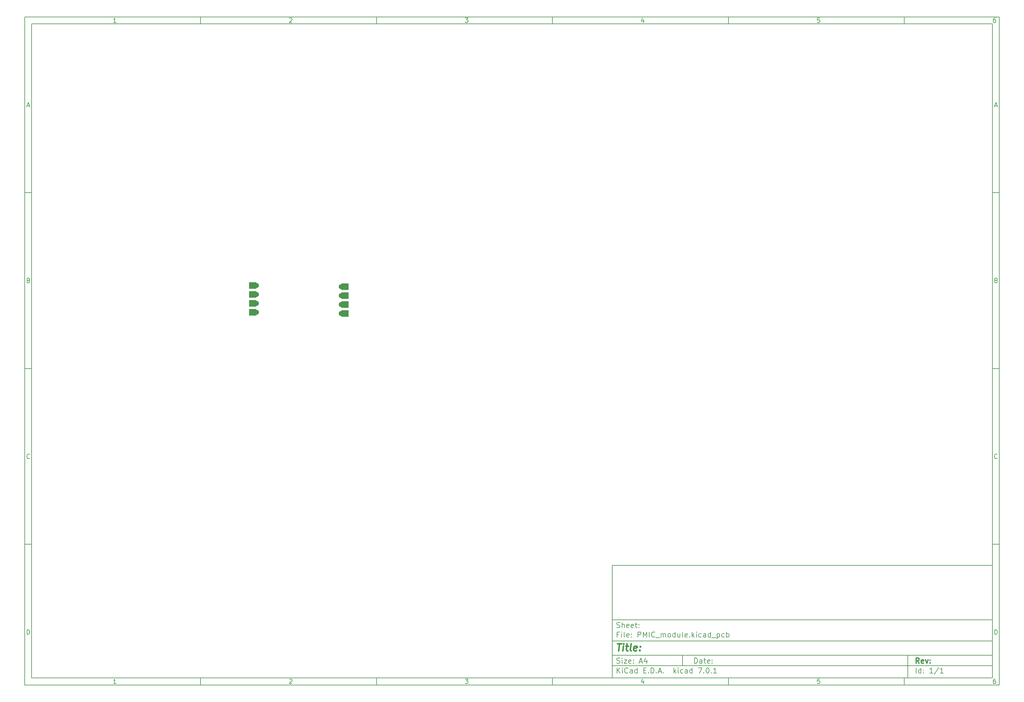
<source format=gbr>
%TF.GenerationSoftware,KiCad,Pcbnew,7.0.1*%
%TF.CreationDate,2023-09-22T10:39:05-04:00*%
%TF.ProjectId,PMIC_module,504d4943-5f6d-46f6-9475-6c652e6b6963,rev?*%
%TF.SameCoordinates,Original*%
%TF.FileFunction,Soldermask,Bot*%
%TF.FilePolarity,Negative*%
%FSLAX46Y46*%
G04 Gerber Fmt 4.6, Leading zero omitted, Abs format (unit mm)*
G04 Created by KiCad (PCBNEW 7.0.1) date 2023-09-22 10:39:05*
%MOMM*%
%LPD*%
G01*
G04 APERTURE LIST*
G04 Aperture macros list*
%AMRoundRect*
0 Rectangle with rounded corners*
0 $1 Rounding radius*
0 $2 $3 $4 $5 $6 $7 $8 $9 X,Y pos of 4 corners*
0 Add a 4 corners polygon primitive as box body*
4,1,4,$2,$3,$4,$5,$6,$7,$8,$9,$2,$3,0*
0 Add four circle primitives for the rounded corners*
1,1,$1+$1,$2,$3*
1,1,$1+$1,$4,$5*
1,1,$1+$1,$6,$7*
1,1,$1+$1,$8,$9*
0 Add four rect primitives between the rounded corners*
20,1,$1+$1,$2,$3,$4,$5,0*
20,1,$1+$1,$4,$5,$6,$7,0*
20,1,$1+$1,$6,$7,$8,$9,0*
20,1,$1+$1,$8,$9,$2,$3,0*%
G04 Aperture macros list end*
%ADD10C,0.100000*%
%ADD11C,0.150000*%
%ADD12C,0.300000*%
%ADD13C,0.400000*%
%ADD14C,1.524000*%
%ADD15RoundRect,0.040000X-1.000000X-0.850000X1.000000X-0.850000X1.000000X0.850000X-1.000000X0.850000X0*%
%ADD16RoundRect,0.040000X1.000000X0.850000X-1.000000X0.850000X-1.000000X-0.850000X1.000000X-0.850000X0*%
G04 APERTURE END LIST*
D10*
D11*
X177002200Y-166007200D02*
X285002200Y-166007200D01*
X285002200Y-198007200D01*
X177002200Y-198007200D01*
X177002200Y-166007200D01*
D10*
D11*
X10000000Y-10000000D02*
X287002200Y-10000000D01*
X287002200Y-200007200D01*
X10000000Y-200007200D01*
X10000000Y-10000000D01*
D10*
D11*
X12000000Y-12000000D02*
X285002200Y-12000000D01*
X285002200Y-198007200D01*
X12000000Y-198007200D01*
X12000000Y-12000000D01*
D10*
D11*
X60000000Y-12000000D02*
X60000000Y-10000000D01*
D10*
D11*
X110000000Y-12000000D02*
X110000000Y-10000000D01*
D10*
D11*
X160000000Y-12000000D02*
X160000000Y-10000000D01*
D10*
D11*
X210000000Y-12000000D02*
X210000000Y-10000000D01*
D10*
D11*
X260000000Y-12000000D02*
X260000000Y-10000000D01*
D10*
D11*
X35990476Y-11601404D02*
X35247619Y-11601404D01*
X35619047Y-11601404D02*
X35619047Y-10301404D01*
X35619047Y-10301404D02*
X35495238Y-10487119D01*
X35495238Y-10487119D02*
X35371428Y-10610928D01*
X35371428Y-10610928D02*
X35247619Y-10672833D01*
D10*
D11*
X85247619Y-10425214D02*
X85309523Y-10363309D01*
X85309523Y-10363309D02*
X85433333Y-10301404D01*
X85433333Y-10301404D02*
X85742857Y-10301404D01*
X85742857Y-10301404D02*
X85866666Y-10363309D01*
X85866666Y-10363309D02*
X85928571Y-10425214D01*
X85928571Y-10425214D02*
X85990476Y-10549023D01*
X85990476Y-10549023D02*
X85990476Y-10672833D01*
X85990476Y-10672833D02*
X85928571Y-10858547D01*
X85928571Y-10858547D02*
X85185714Y-11601404D01*
X85185714Y-11601404D02*
X85990476Y-11601404D01*
D10*
D11*
X135185714Y-10301404D02*
X135990476Y-10301404D01*
X135990476Y-10301404D02*
X135557142Y-10796642D01*
X135557142Y-10796642D02*
X135742857Y-10796642D01*
X135742857Y-10796642D02*
X135866666Y-10858547D01*
X135866666Y-10858547D02*
X135928571Y-10920452D01*
X135928571Y-10920452D02*
X135990476Y-11044261D01*
X135990476Y-11044261D02*
X135990476Y-11353785D01*
X135990476Y-11353785D02*
X135928571Y-11477595D01*
X135928571Y-11477595D02*
X135866666Y-11539500D01*
X135866666Y-11539500D02*
X135742857Y-11601404D01*
X135742857Y-11601404D02*
X135371428Y-11601404D01*
X135371428Y-11601404D02*
X135247619Y-11539500D01*
X135247619Y-11539500D02*
X135185714Y-11477595D01*
D10*
D11*
X185866666Y-10734738D02*
X185866666Y-11601404D01*
X185557142Y-10239500D02*
X185247619Y-11168071D01*
X185247619Y-11168071D02*
X186052380Y-11168071D01*
D10*
D11*
X235928571Y-10301404D02*
X235309523Y-10301404D01*
X235309523Y-10301404D02*
X235247619Y-10920452D01*
X235247619Y-10920452D02*
X235309523Y-10858547D01*
X235309523Y-10858547D02*
X235433333Y-10796642D01*
X235433333Y-10796642D02*
X235742857Y-10796642D01*
X235742857Y-10796642D02*
X235866666Y-10858547D01*
X235866666Y-10858547D02*
X235928571Y-10920452D01*
X235928571Y-10920452D02*
X235990476Y-11044261D01*
X235990476Y-11044261D02*
X235990476Y-11353785D01*
X235990476Y-11353785D02*
X235928571Y-11477595D01*
X235928571Y-11477595D02*
X235866666Y-11539500D01*
X235866666Y-11539500D02*
X235742857Y-11601404D01*
X235742857Y-11601404D02*
X235433333Y-11601404D01*
X235433333Y-11601404D02*
X235309523Y-11539500D01*
X235309523Y-11539500D02*
X235247619Y-11477595D01*
D10*
D11*
X285866666Y-10301404D02*
X285619047Y-10301404D01*
X285619047Y-10301404D02*
X285495238Y-10363309D01*
X285495238Y-10363309D02*
X285433333Y-10425214D01*
X285433333Y-10425214D02*
X285309523Y-10610928D01*
X285309523Y-10610928D02*
X285247619Y-10858547D01*
X285247619Y-10858547D02*
X285247619Y-11353785D01*
X285247619Y-11353785D02*
X285309523Y-11477595D01*
X285309523Y-11477595D02*
X285371428Y-11539500D01*
X285371428Y-11539500D02*
X285495238Y-11601404D01*
X285495238Y-11601404D02*
X285742857Y-11601404D01*
X285742857Y-11601404D02*
X285866666Y-11539500D01*
X285866666Y-11539500D02*
X285928571Y-11477595D01*
X285928571Y-11477595D02*
X285990476Y-11353785D01*
X285990476Y-11353785D02*
X285990476Y-11044261D01*
X285990476Y-11044261D02*
X285928571Y-10920452D01*
X285928571Y-10920452D02*
X285866666Y-10858547D01*
X285866666Y-10858547D02*
X285742857Y-10796642D01*
X285742857Y-10796642D02*
X285495238Y-10796642D01*
X285495238Y-10796642D02*
X285371428Y-10858547D01*
X285371428Y-10858547D02*
X285309523Y-10920452D01*
X285309523Y-10920452D02*
X285247619Y-11044261D01*
D10*
D11*
X60000000Y-198007200D02*
X60000000Y-200007200D01*
D10*
D11*
X110000000Y-198007200D02*
X110000000Y-200007200D01*
D10*
D11*
X160000000Y-198007200D02*
X160000000Y-200007200D01*
D10*
D11*
X210000000Y-198007200D02*
X210000000Y-200007200D01*
D10*
D11*
X260000000Y-198007200D02*
X260000000Y-200007200D01*
D10*
D11*
X35990476Y-199608604D02*
X35247619Y-199608604D01*
X35619047Y-199608604D02*
X35619047Y-198308604D01*
X35619047Y-198308604D02*
X35495238Y-198494319D01*
X35495238Y-198494319D02*
X35371428Y-198618128D01*
X35371428Y-198618128D02*
X35247619Y-198680033D01*
D10*
D11*
X85247619Y-198432414D02*
X85309523Y-198370509D01*
X85309523Y-198370509D02*
X85433333Y-198308604D01*
X85433333Y-198308604D02*
X85742857Y-198308604D01*
X85742857Y-198308604D02*
X85866666Y-198370509D01*
X85866666Y-198370509D02*
X85928571Y-198432414D01*
X85928571Y-198432414D02*
X85990476Y-198556223D01*
X85990476Y-198556223D02*
X85990476Y-198680033D01*
X85990476Y-198680033D02*
X85928571Y-198865747D01*
X85928571Y-198865747D02*
X85185714Y-199608604D01*
X85185714Y-199608604D02*
X85990476Y-199608604D01*
D10*
D11*
X135185714Y-198308604D02*
X135990476Y-198308604D01*
X135990476Y-198308604D02*
X135557142Y-198803842D01*
X135557142Y-198803842D02*
X135742857Y-198803842D01*
X135742857Y-198803842D02*
X135866666Y-198865747D01*
X135866666Y-198865747D02*
X135928571Y-198927652D01*
X135928571Y-198927652D02*
X135990476Y-199051461D01*
X135990476Y-199051461D02*
X135990476Y-199360985D01*
X135990476Y-199360985D02*
X135928571Y-199484795D01*
X135928571Y-199484795D02*
X135866666Y-199546700D01*
X135866666Y-199546700D02*
X135742857Y-199608604D01*
X135742857Y-199608604D02*
X135371428Y-199608604D01*
X135371428Y-199608604D02*
X135247619Y-199546700D01*
X135247619Y-199546700D02*
X135185714Y-199484795D01*
D10*
D11*
X185866666Y-198741938D02*
X185866666Y-199608604D01*
X185557142Y-198246700D02*
X185247619Y-199175271D01*
X185247619Y-199175271D02*
X186052380Y-199175271D01*
D10*
D11*
X235928571Y-198308604D02*
X235309523Y-198308604D01*
X235309523Y-198308604D02*
X235247619Y-198927652D01*
X235247619Y-198927652D02*
X235309523Y-198865747D01*
X235309523Y-198865747D02*
X235433333Y-198803842D01*
X235433333Y-198803842D02*
X235742857Y-198803842D01*
X235742857Y-198803842D02*
X235866666Y-198865747D01*
X235866666Y-198865747D02*
X235928571Y-198927652D01*
X235928571Y-198927652D02*
X235990476Y-199051461D01*
X235990476Y-199051461D02*
X235990476Y-199360985D01*
X235990476Y-199360985D02*
X235928571Y-199484795D01*
X235928571Y-199484795D02*
X235866666Y-199546700D01*
X235866666Y-199546700D02*
X235742857Y-199608604D01*
X235742857Y-199608604D02*
X235433333Y-199608604D01*
X235433333Y-199608604D02*
X235309523Y-199546700D01*
X235309523Y-199546700D02*
X235247619Y-199484795D01*
D10*
D11*
X285866666Y-198308604D02*
X285619047Y-198308604D01*
X285619047Y-198308604D02*
X285495238Y-198370509D01*
X285495238Y-198370509D02*
X285433333Y-198432414D01*
X285433333Y-198432414D02*
X285309523Y-198618128D01*
X285309523Y-198618128D02*
X285247619Y-198865747D01*
X285247619Y-198865747D02*
X285247619Y-199360985D01*
X285247619Y-199360985D02*
X285309523Y-199484795D01*
X285309523Y-199484795D02*
X285371428Y-199546700D01*
X285371428Y-199546700D02*
X285495238Y-199608604D01*
X285495238Y-199608604D02*
X285742857Y-199608604D01*
X285742857Y-199608604D02*
X285866666Y-199546700D01*
X285866666Y-199546700D02*
X285928571Y-199484795D01*
X285928571Y-199484795D02*
X285990476Y-199360985D01*
X285990476Y-199360985D02*
X285990476Y-199051461D01*
X285990476Y-199051461D02*
X285928571Y-198927652D01*
X285928571Y-198927652D02*
X285866666Y-198865747D01*
X285866666Y-198865747D02*
X285742857Y-198803842D01*
X285742857Y-198803842D02*
X285495238Y-198803842D01*
X285495238Y-198803842D02*
X285371428Y-198865747D01*
X285371428Y-198865747D02*
X285309523Y-198927652D01*
X285309523Y-198927652D02*
X285247619Y-199051461D01*
D10*
D11*
X10000000Y-60000000D02*
X12000000Y-60000000D01*
D10*
D11*
X10000000Y-110000000D02*
X12000000Y-110000000D01*
D10*
D11*
X10000000Y-160000000D02*
X12000000Y-160000000D01*
D10*
D11*
X10690476Y-35229976D02*
X11309523Y-35229976D01*
X10566666Y-35601404D02*
X10999999Y-34301404D01*
X10999999Y-34301404D02*
X11433333Y-35601404D01*
D10*
D11*
X11092857Y-84920452D02*
X11278571Y-84982357D01*
X11278571Y-84982357D02*
X11340476Y-85044261D01*
X11340476Y-85044261D02*
X11402380Y-85168071D01*
X11402380Y-85168071D02*
X11402380Y-85353785D01*
X11402380Y-85353785D02*
X11340476Y-85477595D01*
X11340476Y-85477595D02*
X11278571Y-85539500D01*
X11278571Y-85539500D02*
X11154761Y-85601404D01*
X11154761Y-85601404D02*
X10659523Y-85601404D01*
X10659523Y-85601404D02*
X10659523Y-84301404D01*
X10659523Y-84301404D02*
X11092857Y-84301404D01*
X11092857Y-84301404D02*
X11216666Y-84363309D01*
X11216666Y-84363309D02*
X11278571Y-84425214D01*
X11278571Y-84425214D02*
X11340476Y-84549023D01*
X11340476Y-84549023D02*
X11340476Y-84672833D01*
X11340476Y-84672833D02*
X11278571Y-84796642D01*
X11278571Y-84796642D02*
X11216666Y-84858547D01*
X11216666Y-84858547D02*
X11092857Y-84920452D01*
X11092857Y-84920452D02*
X10659523Y-84920452D01*
D10*
D11*
X11402380Y-135477595D02*
X11340476Y-135539500D01*
X11340476Y-135539500D02*
X11154761Y-135601404D01*
X11154761Y-135601404D02*
X11030952Y-135601404D01*
X11030952Y-135601404D02*
X10845238Y-135539500D01*
X10845238Y-135539500D02*
X10721428Y-135415690D01*
X10721428Y-135415690D02*
X10659523Y-135291880D01*
X10659523Y-135291880D02*
X10597619Y-135044261D01*
X10597619Y-135044261D02*
X10597619Y-134858547D01*
X10597619Y-134858547D02*
X10659523Y-134610928D01*
X10659523Y-134610928D02*
X10721428Y-134487119D01*
X10721428Y-134487119D02*
X10845238Y-134363309D01*
X10845238Y-134363309D02*
X11030952Y-134301404D01*
X11030952Y-134301404D02*
X11154761Y-134301404D01*
X11154761Y-134301404D02*
X11340476Y-134363309D01*
X11340476Y-134363309D02*
X11402380Y-134425214D01*
D10*
D11*
X10659523Y-185601404D02*
X10659523Y-184301404D01*
X10659523Y-184301404D02*
X10969047Y-184301404D01*
X10969047Y-184301404D02*
X11154761Y-184363309D01*
X11154761Y-184363309D02*
X11278571Y-184487119D01*
X11278571Y-184487119D02*
X11340476Y-184610928D01*
X11340476Y-184610928D02*
X11402380Y-184858547D01*
X11402380Y-184858547D02*
X11402380Y-185044261D01*
X11402380Y-185044261D02*
X11340476Y-185291880D01*
X11340476Y-185291880D02*
X11278571Y-185415690D01*
X11278571Y-185415690D02*
X11154761Y-185539500D01*
X11154761Y-185539500D02*
X10969047Y-185601404D01*
X10969047Y-185601404D02*
X10659523Y-185601404D01*
D10*
D11*
X287002200Y-60000000D02*
X285002200Y-60000000D01*
D10*
D11*
X287002200Y-110000000D02*
X285002200Y-110000000D01*
D10*
D11*
X287002200Y-160000000D02*
X285002200Y-160000000D01*
D10*
D11*
X285692676Y-35229976D02*
X286311723Y-35229976D01*
X285568866Y-35601404D02*
X286002199Y-34301404D01*
X286002199Y-34301404D02*
X286435533Y-35601404D01*
D10*
D11*
X286095057Y-84920452D02*
X286280771Y-84982357D01*
X286280771Y-84982357D02*
X286342676Y-85044261D01*
X286342676Y-85044261D02*
X286404580Y-85168071D01*
X286404580Y-85168071D02*
X286404580Y-85353785D01*
X286404580Y-85353785D02*
X286342676Y-85477595D01*
X286342676Y-85477595D02*
X286280771Y-85539500D01*
X286280771Y-85539500D02*
X286156961Y-85601404D01*
X286156961Y-85601404D02*
X285661723Y-85601404D01*
X285661723Y-85601404D02*
X285661723Y-84301404D01*
X285661723Y-84301404D02*
X286095057Y-84301404D01*
X286095057Y-84301404D02*
X286218866Y-84363309D01*
X286218866Y-84363309D02*
X286280771Y-84425214D01*
X286280771Y-84425214D02*
X286342676Y-84549023D01*
X286342676Y-84549023D02*
X286342676Y-84672833D01*
X286342676Y-84672833D02*
X286280771Y-84796642D01*
X286280771Y-84796642D02*
X286218866Y-84858547D01*
X286218866Y-84858547D02*
X286095057Y-84920452D01*
X286095057Y-84920452D02*
X285661723Y-84920452D01*
D10*
D11*
X286404580Y-135477595D02*
X286342676Y-135539500D01*
X286342676Y-135539500D02*
X286156961Y-135601404D01*
X286156961Y-135601404D02*
X286033152Y-135601404D01*
X286033152Y-135601404D02*
X285847438Y-135539500D01*
X285847438Y-135539500D02*
X285723628Y-135415690D01*
X285723628Y-135415690D02*
X285661723Y-135291880D01*
X285661723Y-135291880D02*
X285599819Y-135044261D01*
X285599819Y-135044261D02*
X285599819Y-134858547D01*
X285599819Y-134858547D02*
X285661723Y-134610928D01*
X285661723Y-134610928D02*
X285723628Y-134487119D01*
X285723628Y-134487119D02*
X285847438Y-134363309D01*
X285847438Y-134363309D02*
X286033152Y-134301404D01*
X286033152Y-134301404D02*
X286156961Y-134301404D01*
X286156961Y-134301404D02*
X286342676Y-134363309D01*
X286342676Y-134363309D02*
X286404580Y-134425214D01*
D10*
D11*
X285661723Y-185601404D02*
X285661723Y-184301404D01*
X285661723Y-184301404D02*
X285971247Y-184301404D01*
X285971247Y-184301404D02*
X286156961Y-184363309D01*
X286156961Y-184363309D02*
X286280771Y-184487119D01*
X286280771Y-184487119D02*
X286342676Y-184610928D01*
X286342676Y-184610928D02*
X286404580Y-184858547D01*
X286404580Y-184858547D02*
X286404580Y-185044261D01*
X286404580Y-185044261D02*
X286342676Y-185291880D01*
X286342676Y-185291880D02*
X286280771Y-185415690D01*
X286280771Y-185415690D02*
X286156961Y-185539500D01*
X286156961Y-185539500D02*
X285971247Y-185601404D01*
X285971247Y-185601404D02*
X285661723Y-185601404D01*
D10*
D11*
X200359342Y-193801128D02*
X200359342Y-192301128D01*
X200359342Y-192301128D02*
X200716485Y-192301128D01*
X200716485Y-192301128D02*
X200930771Y-192372557D01*
X200930771Y-192372557D02*
X201073628Y-192515414D01*
X201073628Y-192515414D02*
X201145057Y-192658271D01*
X201145057Y-192658271D02*
X201216485Y-192943985D01*
X201216485Y-192943985D02*
X201216485Y-193158271D01*
X201216485Y-193158271D02*
X201145057Y-193443985D01*
X201145057Y-193443985D02*
X201073628Y-193586842D01*
X201073628Y-193586842D02*
X200930771Y-193729700D01*
X200930771Y-193729700D02*
X200716485Y-193801128D01*
X200716485Y-193801128D02*
X200359342Y-193801128D01*
X202502200Y-193801128D02*
X202502200Y-193015414D01*
X202502200Y-193015414D02*
X202430771Y-192872557D01*
X202430771Y-192872557D02*
X202287914Y-192801128D01*
X202287914Y-192801128D02*
X202002200Y-192801128D01*
X202002200Y-192801128D02*
X201859342Y-192872557D01*
X202502200Y-193729700D02*
X202359342Y-193801128D01*
X202359342Y-193801128D02*
X202002200Y-193801128D01*
X202002200Y-193801128D02*
X201859342Y-193729700D01*
X201859342Y-193729700D02*
X201787914Y-193586842D01*
X201787914Y-193586842D02*
X201787914Y-193443985D01*
X201787914Y-193443985D02*
X201859342Y-193301128D01*
X201859342Y-193301128D02*
X202002200Y-193229700D01*
X202002200Y-193229700D02*
X202359342Y-193229700D01*
X202359342Y-193229700D02*
X202502200Y-193158271D01*
X203002200Y-192801128D02*
X203573628Y-192801128D01*
X203216485Y-192301128D02*
X203216485Y-193586842D01*
X203216485Y-193586842D02*
X203287914Y-193729700D01*
X203287914Y-193729700D02*
X203430771Y-193801128D01*
X203430771Y-193801128D02*
X203573628Y-193801128D01*
X204645057Y-193729700D02*
X204502200Y-193801128D01*
X204502200Y-193801128D02*
X204216486Y-193801128D01*
X204216486Y-193801128D02*
X204073628Y-193729700D01*
X204073628Y-193729700D02*
X204002200Y-193586842D01*
X204002200Y-193586842D02*
X204002200Y-193015414D01*
X204002200Y-193015414D02*
X204073628Y-192872557D01*
X204073628Y-192872557D02*
X204216486Y-192801128D01*
X204216486Y-192801128D02*
X204502200Y-192801128D01*
X204502200Y-192801128D02*
X204645057Y-192872557D01*
X204645057Y-192872557D02*
X204716486Y-193015414D01*
X204716486Y-193015414D02*
X204716486Y-193158271D01*
X204716486Y-193158271D02*
X204002200Y-193301128D01*
X205359342Y-193658271D02*
X205430771Y-193729700D01*
X205430771Y-193729700D02*
X205359342Y-193801128D01*
X205359342Y-193801128D02*
X205287914Y-193729700D01*
X205287914Y-193729700D02*
X205359342Y-193658271D01*
X205359342Y-193658271D02*
X205359342Y-193801128D01*
X205359342Y-192872557D02*
X205430771Y-192943985D01*
X205430771Y-192943985D02*
X205359342Y-193015414D01*
X205359342Y-193015414D02*
X205287914Y-192943985D01*
X205287914Y-192943985D02*
X205359342Y-192872557D01*
X205359342Y-192872557D02*
X205359342Y-193015414D01*
D10*
D11*
X177002200Y-194507200D02*
X285002200Y-194507200D01*
D10*
D11*
X178359342Y-196601128D02*
X178359342Y-195101128D01*
X179216485Y-196601128D02*
X178573628Y-195743985D01*
X179216485Y-195101128D02*
X178359342Y-195958271D01*
X179859342Y-196601128D02*
X179859342Y-195601128D01*
X179859342Y-195101128D02*
X179787914Y-195172557D01*
X179787914Y-195172557D02*
X179859342Y-195243985D01*
X179859342Y-195243985D02*
X179930771Y-195172557D01*
X179930771Y-195172557D02*
X179859342Y-195101128D01*
X179859342Y-195101128D02*
X179859342Y-195243985D01*
X181430771Y-196458271D02*
X181359343Y-196529700D01*
X181359343Y-196529700D02*
X181145057Y-196601128D01*
X181145057Y-196601128D02*
X181002200Y-196601128D01*
X181002200Y-196601128D02*
X180787914Y-196529700D01*
X180787914Y-196529700D02*
X180645057Y-196386842D01*
X180645057Y-196386842D02*
X180573628Y-196243985D01*
X180573628Y-196243985D02*
X180502200Y-195958271D01*
X180502200Y-195958271D02*
X180502200Y-195743985D01*
X180502200Y-195743985D02*
X180573628Y-195458271D01*
X180573628Y-195458271D02*
X180645057Y-195315414D01*
X180645057Y-195315414D02*
X180787914Y-195172557D01*
X180787914Y-195172557D02*
X181002200Y-195101128D01*
X181002200Y-195101128D02*
X181145057Y-195101128D01*
X181145057Y-195101128D02*
X181359343Y-195172557D01*
X181359343Y-195172557D02*
X181430771Y-195243985D01*
X182716486Y-196601128D02*
X182716486Y-195815414D01*
X182716486Y-195815414D02*
X182645057Y-195672557D01*
X182645057Y-195672557D02*
X182502200Y-195601128D01*
X182502200Y-195601128D02*
X182216486Y-195601128D01*
X182216486Y-195601128D02*
X182073628Y-195672557D01*
X182716486Y-196529700D02*
X182573628Y-196601128D01*
X182573628Y-196601128D02*
X182216486Y-196601128D01*
X182216486Y-196601128D02*
X182073628Y-196529700D01*
X182073628Y-196529700D02*
X182002200Y-196386842D01*
X182002200Y-196386842D02*
X182002200Y-196243985D01*
X182002200Y-196243985D02*
X182073628Y-196101128D01*
X182073628Y-196101128D02*
X182216486Y-196029700D01*
X182216486Y-196029700D02*
X182573628Y-196029700D01*
X182573628Y-196029700D02*
X182716486Y-195958271D01*
X184073629Y-196601128D02*
X184073629Y-195101128D01*
X184073629Y-196529700D02*
X183930771Y-196601128D01*
X183930771Y-196601128D02*
X183645057Y-196601128D01*
X183645057Y-196601128D02*
X183502200Y-196529700D01*
X183502200Y-196529700D02*
X183430771Y-196458271D01*
X183430771Y-196458271D02*
X183359343Y-196315414D01*
X183359343Y-196315414D02*
X183359343Y-195886842D01*
X183359343Y-195886842D02*
X183430771Y-195743985D01*
X183430771Y-195743985D02*
X183502200Y-195672557D01*
X183502200Y-195672557D02*
X183645057Y-195601128D01*
X183645057Y-195601128D02*
X183930771Y-195601128D01*
X183930771Y-195601128D02*
X184073629Y-195672557D01*
X185930771Y-195815414D02*
X186430771Y-195815414D01*
X186645057Y-196601128D02*
X185930771Y-196601128D01*
X185930771Y-196601128D02*
X185930771Y-195101128D01*
X185930771Y-195101128D02*
X186645057Y-195101128D01*
X187287914Y-196458271D02*
X187359343Y-196529700D01*
X187359343Y-196529700D02*
X187287914Y-196601128D01*
X187287914Y-196601128D02*
X187216486Y-196529700D01*
X187216486Y-196529700D02*
X187287914Y-196458271D01*
X187287914Y-196458271D02*
X187287914Y-196601128D01*
X188002200Y-196601128D02*
X188002200Y-195101128D01*
X188002200Y-195101128D02*
X188359343Y-195101128D01*
X188359343Y-195101128D02*
X188573629Y-195172557D01*
X188573629Y-195172557D02*
X188716486Y-195315414D01*
X188716486Y-195315414D02*
X188787915Y-195458271D01*
X188787915Y-195458271D02*
X188859343Y-195743985D01*
X188859343Y-195743985D02*
X188859343Y-195958271D01*
X188859343Y-195958271D02*
X188787915Y-196243985D01*
X188787915Y-196243985D02*
X188716486Y-196386842D01*
X188716486Y-196386842D02*
X188573629Y-196529700D01*
X188573629Y-196529700D02*
X188359343Y-196601128D01*
X188359343Y-196601128D02*
X188002200Y-196601128D01*
X189502200Y-196458271D02*
X189573629Y-196529700D01*
X189573629Y-196529700D02*
X189502200Y-196601128D01*
X189502200Y-196601128D02*
X189430772Y-196529700D01*
X189430772Y-196529700D02*
X189502200Y-196458271D01*
X189502200Y-196458271D02*
X189502200Y-196601128D01*
X190145058Y-196172557D02*
X190859344Y-196172557D01*
X190002201Y-196601128D02*
X190502201Y-195101128D01*
X190502201Y-195101128D02*
X191002201Y-196601128D01*
X191502200Y-196458271D02*
X191573629Y-196529700D01*
X191573629Y-196529700D02*
X191502200Y-196601128D01*
X191502200Y-196601128D02*
X191430772Y-196529700D01*
X191430772Y-196529700D02*
X191502200Y-196458271D01*
X191502200Y-196458271D02*
X191502200Y-196601128D01*
X194502200Y-196601128D02*
X194502200Y-195101128D01*
X194645058Y-196029700D02*
X195073629Y-196601128D01*
X195073629Y-195601128D02*
X194502200Y-196172557D01*
X195716486Y-196601128D02*
X195716486Y-195601128D01*
X195716486Y-195101128D02*
X195645058Y-195172557D01*
X195645058Y-195172557D02*
X195716486Y-195243985D01*
X195716486Y-195243985D02*
X195787915Y-195172557D01*
X195787915Y-195172557D02*
X195716486Y-195101128D01*
X195716486Y-195101128D02*
X195716486Y-195243985D01*
X197073630Y-196529700D02*
X196930772Y-196601128D01*
X196930772Y-196601128D02*
X196645058Y-196601128D01*
X196645058Y-196601128D02*
X196502201Y-196529700D01*
X196502201Y-196529700D02*
X196430772Y-196458271D01*
X196430772Y-196458271D02*
X196359344Y-196315414D01*
X196359344Y-196315414D02*
X196359344Y-195886842D01*
X196359344Y-195886842D02*
X196430772Y-195743985D01*
X196430772Y-195743985D02*
X196502201Y-195672557D01*
X196502201Y-195672557D02*
X196645058Y-195601128D01*
X196645058Y-195601128D02*
X196930772Y-195601128D01*
X196930772Y-195601128D02*
X197073630Y-195672557D01*
X198359344Y-196601128D02*
X198359344Y-195815414D01*
X198359344Y-195815414D02*
X198287915Y-195672557D01*
X198287915Y-195672557D02*
X198145058Y-195601128D01*
X198145058Y-195601128D02*
X197859344Y-195601128D01*
X197859344Y-195601128D02*
X197716486Y-195672557D01*
X198359344Y-196529700D02*
X198216486Y-196601128D01*
X198216486Y-196601128D02*
X197859344Y-196601128D01*
X197859344Y-196601128D02*
X197716486Y-196529700D01*
X197716486Y-196529700D02*
X197645058Y-196386842D01*
X197645058Y-196386842D02*
X197645058Y-196243985D01*
X197645058Y-196243985D02*
X197716486Y-196101128D01*
X197716486Y-196101128D02*
X197859344Y-196029700D01*
X197859344Y-196029700D02*
X198216486Y-196029700D01*
X198216486Y-196029700D02*
X198359344Y-195958271D01*
X199716487Y-196601128D02*
X199716487Y-195101128D01*
X199716487Y-196529700D02*
X199573629Y-196601128D01*
X199573629Y-196601128D02*
X199287915Y-196601128D01*
X199287915Y-196601128D02*
X199145058Y-196529700D01*
X199145058Y-196529700D02*
X199073629Y-196458271D01*
X199073629Y-196458271D02*
X199002201Y-196315414D01*
X199002201Y-196315414D02*
X199002201Y-195886842D01*
X199002201Y-195886842D02*
X199073629Y-195743985D01*
X199073629Y-195743985D02*
X199145058Y-195672557D01*
X199145058Y-195672557D02*
X199287915Y-195601128D01*
X199287915Y-195601128D02*
X199573629Y-195601128D01*
X199573629Y-195601128D02*
X199716487Y-195672557D01*
X201430772Y-195101128D02*
X202430772Y-195101128D01*
X202430772Y-195101128D02*
X201787915Y-196601128D01*
X203002200Y-196458271D02*
X203073629Y-196529700D01*
X203073629Y-196529700D02*
X203002200Y-196601128D01*
X203002200Y-196601128D02*
X202930772Y-196529700D01*
X202930772Y-196529700D02*
X203002200Y-196458271D01*
X203002200Y-196458271D02*
X203002200Y-196601128D01*
X204002201Y-195101128D02*
X204145058Y-195101128D01*
X204145058Y-195101128D02*
X204287915Y-195172557D01*
X204287915Y-195172557D02*
X204359344Y-195243985D01*
X204359344Y-195243985D02*
X204430772Y-195386842D01*
X204430772Y-195386842D02*
X204502201Y-195672557D01*
X204502201Y-195672557D02*
X204502201Y-196029700D01*
X204502201Y-196029700D02*
X204430772Y-196315414D01*
X204430772Y-196315414D02*
X204359344Y-196458271D01*
X204359344Y-196458271D02*
X204287915Y-196529700D01*
X204287915Y-196529700D02*
X204145058Y-196601128D01*
X204145058Y-196601128D02*
X204002201Y-196601128D01*
X204002201Y-196601128D02*
X203859344Y-196529700D01*
X203859344Y-196529700D02*
X203787915Y-196458271D01*
X203787915Y-196458271D02*
X203716486Y-196315414D01*
X203716486Y-196315414D02*
X203645058Y-196029700D01*
X203645058Y-196029700D02*
X203645058Y-195672557D01*
X203645058Y-195672557D02*
X203716486Y-195386842D01*
X203716486Y-195386842D02*
X203787915Y-195243985D01*
X203787915Y-195243985D02*
X203859344Y-195172557D01*
X203859344Y-195172557D02*
X204002201Y-195101128D01*
X205145057Y-196458271D02*
X205216486Y-196529700D01*
X205216486Y-196529700D02*
X205145057Y-196601128D01*
X205145057Y-196601128D02*
X205073629Y-196529700D01*
X205073629Y-196529700D02*
X205145057Y-196458271D01*
X205145057Y-196458271D02*
X205145057Y-196601128D01*
X206645058Y-196601128D02*
X205787915Y-196601128D01*
X206216486Y-196601128D02*
X206216486Y-195101128D01*
X206216486Y-195101128D02*
X206073629Y-195315414D01*
X206073629Y-195315414D02*
X205930772Y-195458271D01*
X205930772Y-195458271D02*
X205787915Y-195529700D01*
D10*
D11*
X177002200Y-191507200D02*
X285002200Y-191507200D01*
D10*
D12*
X264216485Y-193801128D02*
X263716485Y-193086842D01*
X263359342Y-193801128D02*
X263359342Y-192301128D01*
X263359342Y-192301128D02*
X263930771Y-192301128D01*
X263930771Y-192301128D02*
X264073628Y-192372557D01*
X264073628Y-192372557D02*
X264145057Y-192443985D01*
X264145057Y-192443985D02*
X264216485Y-192586842D01*
X264216485Y-192586842D02*
X264216485Y-192801128D01*
X264216485Y-192801128D02*
X264145057Y-192943985D01*
X264145057Y-192943985D02*
X264073628Y-193015414D01*
X264073628Y-193015414D02*
X263930771Y-193086842D01*
X263930771Y-193086842D02*
X263359342Y-193086842D01*
X265430771Y-193729700D02*
X265287914Y-193801128D01*
X265287914Y-193801128D02*
X265002200Y-193801128D01*
X265002200Y-193801128D02*
X264859342Y-193729700D01*
X264859342Y-193729700D02*
X264787914Y-193586842D01*
X264787914Y-193586842D02*
X264787914Y-193015414D01*
X264787914Y-193015414D02*
X264859342Y-192872557D01*
X264859342Y-192872557D02*
X265002200Y-192801128D01*
X265002200Y-192801128D02*
X265287914Y-192801128D01*
X265287914Y-192801128D02*
X265430771Y-192872557D01*
X265430771Y-192872557D02*
X265502200Y-193015414D01*
X265502200Y-193015414D02*
X265502200Y-193158271D01*
X265502200Y-193158271D02*
X264787914Y-193301128D01*
X266002199Y-192801128D02*
X266359342Y-193801128D01*
X266359342Y-193801128D02*
X266716485Y-192801128D01*
X267287913Y-193658271D02*
X267359342Y-193729700D01*
X267359342Y-193729700D02*
X267287913Y-193801128D01*
X267287913Y-193801128D02*
X267216485Y-193729700D01*
X267216485Y-193729700D02*
X267287913Y-193658271D01*
X267287913Y-193658271D02*
X267287913Y-193801128D01*
X267287913Y-192872557D02*
X267359342Y-192943985D01*
X267359342Y-192943985D02*
X267287913Y-193015414D01*
X267287913Y-193015414D02*
X267216485Y-192943985D01*
X267216485Y-192943985D02*
X267287913Y-192872557D01*
X267287913Y-192872557D02*
X267287913Y-193015414D01*
D10*
D11*
X178287914Y-193729700D02*
X178502200Y-193801128D01*
X178502200Y-193801128D02*
X178859342Y-193801128D01*
X178859342Y-193801128D02*
X179002200Y-193729700D01*
X179002200Y-193729700D02*
X179073628Y-193658271D01*
X179073628Y-193658271D02*
X179145057Y-193515414D01*
X179145057Y-193515414D02*
X179145057Y-193372557D01*
X179145057Y-193372557D02*
X179073628Y-193229700D01*
X179073628Y-193229700D02*
X179002200Y-193158271D01*
X179002200Y-193158271D02*
X178859342Y-193086842D01*
X178859342Y-193086842D02*
X178573628Y-193015414D01*
X178573628Y-193015414D02*
X178430771Y-192943985D01*
X178430771Y-192943985D02*
X178359342Y-192872557D01*
X178359342Y-192872557D02*
X178287914Y-192729700D01*
X178287914Y-192729700D02*
X178287914Y-192586842D01*
X178287914Y-192586842D02*
X178359342Y-192443985D01*
X178359342Y-192443985D02*
X178430771Y-192372557D01*
X178430771Y-192372557D02*
X178573628Y-192301128D01*
X178573628Y-192301128D02*
X178930771Y-192301128D01*
X178930771Y-192301128D02*
X179145057Y-192372557D01*
X179787913Y-193801128D02*
X179787913Y-192801128D01*
X179787913Y-192301128D02*
X179716485Y-192372557D01*
X179716485Y-192372557D02*
X179787913Y-192443985D01*
X179787913Y-192443985D02*
X179859342Y-192372557D01*
X179859342Y-192372557D02*
X179787913Y-192301128D01*
X179787913Y-192301128D02*
X179787913Y-192443985D01*
X180359342Y-192801128D02*
X181145057Y-192801128D01*
X181145057Y-192801128D02*
X180359342Y-193801128D01*
X180359342Y-193801128D02*
X181145057Y-193801128D01*
X182287914Y-193729700D02*
X182145057Y-193801128D01*
X182145057Y-193801128D02*
X181859343Y-193801128D01*
X181859343Y-193801128D02*
X181716485Y-193729700D01*
X181716485Y-193729700D02*
X181645057Y-193586842D01*
X181645057Y-193586842D02*
X181645057Y-193015414D01*
X181645057Y-193015414D02*
X181716485Y-192872557D01*
X181716485Y-192872557D02*
X181859343Y-192801128D01*
X181859343Y-192801128D02*
X182145057Y-192801128D01*
X182145057Y-192801128D02*
X182287914Y-192872557D01*
X182287914Y-192872557D02*
X182359343Y-193015414D01*
X182359343Y-193015414D02*
X182359343Y-193158271D01*
X182359343Y-193158271D02*
X181645057Y-193301128D01*
X183002199Y-193658271D02*
X183073628Y-193729700D01*
X183073628Y-193729700D02*
X183002199Y-193801128D01*
X183002199Y-193801128D02*
X182930771Y-193729700D01*
X182930771Y-193729700D02*
X183002199Y-193658271D01*
X183002199Y-193658271D02*
X183002199Y-193801128D01*
X183002199Y-192872557D02*
X183073628Y-192943985D01*
X183073628Y-192943985D02*
X183002199Y-193015414D01*
X183002199Y-193015414D02*
X182930771Y-192943985D01*
X182930771Y-192943985D02*
X183002199Y-192872557D01*
X183002199Y-192872557D02*
X183002199Y-193015414D01*
X184787914Y-193372557D02*
X185502200Y-193372557D01*
X184645057Y-193801128D02*
X185145057Y-192301128D01*
X185145057Y-192301128D02*
X185645057Y-193801128D01*
X186787914Y-192801128D02*
X186787914Y-193801128D01*
X186430771Y-192229700D02*
X186073628Y-193301128D01*
X186073628Y-193301128D02*
X187002199Y-193301128D01*
D10*
D11*
X263359342Y-196601128D02*
X263359342Y-195101128D01*
X264716486Y-196601128D02*
X264716486Y-195101128D01*
X264716486Y-196529700D02*
X264573628Y-196601128D01*
X264573628Y-196601128D02*
X264287914Y-196601128D01*
X264287914Y-196601128D02*
X264145057Y-196529700D01*
X264145057Y-196529700D02*
X264073628Y-196458271D01*
X264073628Y-196458271D02*
X264002200Y-196315414D01*
X264002200Y-196315414D02*
X264002200Y-195886842D01*
X264002200Y-195886842D02*
X264073628Y-195743985D01*
X264073628Y-195743985D02*
X264145057Y-195672557D01*
X264145057Y-195672557D02*
X264287914Y-195601128D01*
X264287914Y-195601128D02*
X264573628Y-195601128D01*
X264573628Y-195601128D02*
X264716486Y-195672557D01*
X265430771Y-196458271D02*
X265502200Y-196529700D01*
X265502200Y-196529700D02*
X265430771Y-196601128D01*
X265430771Y-196601128D02*
X265359343Y-196529700D01*
X265359343Y-196529700D02*
X265430771Y-196458271D01*
X265430771Y-196458271D02*
X265430771Y-196601128D01*
X265430771Y-195672557D02*
X265502200Y-195743985D01*
X265502200Y-195743985D02*
X265430771Y-195815414D01*
X265430771Y-195815414D02*
X265359343Y-195743985D01*
X265359343Y-195743985D02*
X265430771Y-195672557D01*
X265430771Y-195672557D02*
X265430771Y-195815414D01*
X268073629Y-196601128D02*
X267216486Y-196601128D01*
X267645057Y-196601128D02*
X267645057Y-195101128D01*
X267645057Y-195101128D02*
X267502200Y-195315414D01*
X267502200Y-195315414D02*
X267359343Y-195458271D01*
X267359343Y-195458271D02*
X267216486Y-195529700D01*
X269787914Y-195029700D02*
X268502200Y-196958271D01*
X271073629Y-196601128D02*
X270216486Y-196601128D01*
X270645057Y-196601128D02*
X270645057Y-195101128D01*
X270645057Y-195101128D02*
X270502200Y-195315414D01*
X270502200Y-195315414D02*
X270359343Y-195458271D01*
X270359343Y-195458271D02*
X270216486Y-195529700D01*
D10*
D11*
X177002200Y-187507200D02*
X285002200Y-187507200D01*
D10*
D13*
X178430771Y-188232438D02*
X179573628Y-188232438D01*
X178752200Y-190232438D02*
X179002200Y-188232438D01*
X179978390Y-190232438D02*
X180145057Y-188899104D01*
X180228390Y-188232438D02*
X180121247Y-188327676D01*
X180121247Y-188327676D02*
X180204581Y-188422914D01*
X180204581Y-188422914D02*
X180311724Y-188327676D01*
X180311724Y-188327676D02*
X180228390Y-188232438D01*
X180228390Y-188232438D02*
X180204581Y-188422914D01*
X180799819Y-188899104D02*
X181561723Y-188899104D01*
X181168866Y-188232438D02*
X180954581Y-189946723D01*
X180954581Y-189946723D02*
X181026009Y-190137200D01*
X181026009Y-190137200D02*
X181204581Y-190232438D01*
X181204581Y-190232438D02*
X181395057Y-190232438D01*
X182335533Y-190232438D02*
X182156961Y-190137200D01*
X182156961Y-190137200D02*
X182085533Y-189946723D01*
X182085533Y-189946723D02*
X182299818Y-188232438D01*
X183859342Y-190137200D02*
X183656961Y-190232438D01*
X183656961Y-190232438D02*
X183276008Y-190232438D01*
X183276008Y-190232438D02*
X183097437Y-190137200D01*
X183097437Y-190137200D02*
X183026008Y-189946723D01*
X183026008Y-189946723D02*
X183121247Y-189184819D01*
X183121247Y-189184819D02*
X183240294Y-188994342D01*
X183240294Y-188994342D02*
X183442675Y-188899104D01*
X183442675Y-188899104D02*
X183823627Y-188899104D01*
X183823627Y-188899104D02*
X184002199Y-188994342D01*
X184002199Y-188994342D02*
X184073627Y-189184819D01*
X184073627Y-189184819D02*
X184049818Y-189375295D01*
X184049818Y-189375295D02*
X183073627Y-189565771D01*
X184811723Y-190041961D02*
X184895056Y-190137200D01*
X184895056Y-190137200D02*
X184787913Y-190232438D01*
X184787913Y-190232438D02*
X184704580Y-190137200D01*
X184704580Y-190137200D02*
X184811723Y-190041961D01*
X184811723Y-190041961D02*
X184787913Y-190232438D01*
X184942675Y-188994342D02*
X185026008Y-189089580D01*
X185026008Y-189089580D02*
X184918866Y-189184819D01*
X184918866Y-189184819D02*
X184835532Y-189089580D01*
X184835532Y-189089580D02*
X184942675Y-188994342D01*
X184942675Y-188994342D02*
X184918866Y-189184819D01*
D10*
D11*
X178859342Y-185615414D02*
X178359342Y-185615414D01*
X178359342Y-186401128D02*
X178359342Y-184901128D01*
X178359342Y-184901128D02*
X179073628Y-184901128D01*
X179645056Y-186401128D02*
X179645056Y-185401128D01*
X179645056Y-184901128D02*
X179573628Y-184972557D01*
X179573628Y-184972557D02*
X179645056Y-185043985D01*
X179645056Y-185043985D02*
X179716485Y-184972557D01*
X179716485Y-184972557D02*
X179645056Y-184901128D01*
X179645056Y-184901128D02*
X179645056Y-185043985D01*
X180573628Y-186401128D02*
X180430771Y-186329700D01*
X180430771Y-186329700D02*
X180359342Y-186186842D01*
X180359342Y-186186842D02*
X180359342Y-184901128D01*
X181716485Y-186329700D02*
X181573628Y-186401128D01*
X181573628Y-186401128D02*
X181287914Y-186401128D01*
X181287914Y-186401128D02*
X181145056Y-186329700D01*
X181145056Y-186329700D02*
X181073628Y-186186842D01*
X181073628Y-186186842D02*
X181073628Y-185615414D01*
X181073628Y-185615414D02*
X181145056Y-185472557D01*
X181145056Y-185472557D02*
X181287914Y-185401128D01*
X181287914Y-185401128D02*
X181573628Y-185401128D01*
X181573628Y-185401128D02*
X181716485Y-185472557D01*
X181716485Y-185472557D02*
X181787914Y-185615414D01*
X181787914Y-185615414D02*
X181787914Y-185758271D01*
X181787914Y-185758271D02*
X181073628Y-185901128D01*
X182430770Y-186258271D02*
X182502199Y-186329700D01*
X182502199Y-186329700D02*
X182430770Y-186401128D01*
X182430770Y-186401128D02*
X182359342Y-186329700D01*
X182359342Y-186329700D02*
X182430770Y-186258271D01*
X182430770Y-186258271D02*
X182430770Y-186401128D01*
X182430770Y-185472557D02*
X182502199Y-185543985D01*
X182502199Y-185543985D02*
X182430770Y-185615414D01*
X182430770Y-185615414D02*
X182359342Y-185543985D01*
X182359342Y-185543985D02*
X182430770Y-185472557D01*
X182430770Y-185472557D02*
X182430770Y-185615414D01*
X184287913Y-186401128D02*
X184287913Y-184901128D01*
X184287913Y-184901128D02*
X184859342Y-184901128D01*
X184859342Y-184901128D02*
X185002199Y-184972557D01*
X185002199Y-184972557D02*
X185073628Y-185043985D01*
X185073628Y-185043985D02*
X185145056Y-185186842D01*
X185145056Y-185186842D02*
X185145056Y-185401128D01*
X185145056Y-185401128D02*
X185073628Y-185543985D01*
X185073628Y-185543985D02*
X185002199Y-185615414D01*
X185002199Y-185615414D02*
X184859342Y-185686842D01*
X184859342Y-185686842D02*
X184287913Y-185686842D01*
X185787913Y-186401128D02*
X185787913Y-184901128D01*
X185787913Y-184901128D02*
X186287913Y-185972557D01*
X186287913Y-185972557D02*
X186787913Y-184901128D01*
X186787913Y-184901128D02*
X186787913Y-186401128D01*
X187502199Y-186401128D02*
X187502199Y-184901128D01*
X189073628Y-186258271D02*
X189002200Y-186329700D01*
X189002200Y-186329700D02*
X188787914Y-186401128D01*
X188787914Y-186401128D02*
X188645057Y-186401128D01*
X188645057Y-186401128D02*
X188430771Y-186329700D01*
X188430771Y-186329700D02*
X188287914Y-186186842D01*
X188287914Y-186186842D02*
X188216485Y-186043985D01*
X188216485Y-186043985D02*
X188145057Y-185758271D01*
X188145057Y-185758271D02*
X188145057Y-185543985D01*
X188145057Y-185543985D02*
X188216485Y-185258271D01*
X188216485Y-185258271D02*
X188287914Y-185115414D01*
X188287914Y-185115414D02*
X188430771Y-184972557D01*
X188430771Y-184972557D02*
X188645057Y-184901128D01*
X188645057Y-184901128D02*
X188787914Y-184901128D01*
X188787914Y-184901128D02*
X189002200Y-184972557D01*
X189002200Y-184972557D02*
X189073628Y-185043985D01*
X189359343Y-186543985D02*
X190502200Y-186543985D01*
X190859342Y-186401128D02*
X190859342Y-185401128D01*
X190859342Y-185543985D02*
X190930771Y-185472557D01*
X190930771Y-185472557D02*
X191073628Y-185401128D01*
X191073628Y-185401128D02*
X191287914Y-185401128D01*
X191287914Y-185401128D02*
X191430771Y-185472557D01*
X191430771Y-185472557D02*
X191502200Y-185615414D01*
X191502200Y-185615414D02*
X191502200Y-186401128D01*
X191502200Y-185615414D02*
X191573628Y-185472557D01*
X191573628Y-185472557D02*
X191716485Y-185401128D01*
X191716485Y-185401128D02*
X191930771Y-185401128D01*
X191930771Y-185401128D02*
X192073628Y-185472557D01*
X192073628Y-185472557D02*
X192145057Y-185615414D01*
X192145057Y-185615414D02*
X192145057Y-186401128D01*
X193073628Y-186401128D02*
X192930771Y-186329700D01*
X192930771Y-186329700D02*
X192859342Y-186258271D01*
X192859342Y-186258271D02*
X192787914Y-186115414D01*
X192787914Y-186115414D02*
X192787914Y-185686842D01*
X192787914Y-185686842D02*
X192859342Y-185543985D01*
X192859342Y-185543985D02*
X192930771Y-185472557D01*
X192930771Y-185472557D02*
X193073628Y-185401128D01*
X193073628Y-185401128D02*
X193287914Y-185401128D01*
X193287914Y-185401128D02*
X193430771Y-185472557D01*
X193430771Y-185472557D02*
X193502200Y-185543985D01*
X193502200Y-185543985D02*
X193573628Y-185686842D01*
X193573628Y-185686842D02*
X193573628Y-186115414D01*
X193573628Y-186115414D02*
X193502200Y-186258271D01*
X193502200Y-186258271D02*
X193430771Y-186329700D01*
X193430771Y-186329700D02*
X193287914Y-186401128D01*
X193287914Y-186401128D02*
X193073628Y-186401128D01*
X194859343Y-186401128D02*
X194859343Y-184901128D01*
X194859343Y-186329700D02*
X194716485Y-186401128D01*
X194716485Y-186401128D02*
X194430771Y-186401128D01*
X194430771Y-186401128D02*
X194287914Y-186329700D01*
X194287914Y-186329700D02*
X194216485Y-186258271D01*
X194216485Y-186258271D02*
X194145057Y-186115414D01*
X194145057Y-186115414D02*
X194145057Y-185686842D01*
X194145057Y-185686842D02*
X194216485Y-185543985D01*
X194216485Y-185543985D02*
X194287914Y-185472557D01*
X194287914Y-185472557D02*
X194430771Y-185401128D01*
X194430771Y-185401128D02*
X194716485Y-185401128D01*
X194716485Y-185401128D02*
X194859343Y-185472557D01*
X196216486Y-185401128D02*
X196216486Y-186401128D01*
X195573628Y-185401128D02*
X195573628Y-186186842D01*
X195573628Y-186186842D02*
X195645057Y-186329700D01*
X195645057Y-186329700D02*
X195787914Y-186401128D01*
X195787914Y-186401128D02*
X196002200Y-186401128D01*
X196002200Y-186401128D02*
X196145057Y-186329700D01*
X196145057Y-186329700D02*
X196216486Y-186258271D01*
X197145057Y-186401128D02*
X197002200Y-186329700D01*
X197002200Y-186329700D02*
X196930771Y-186186842D01*
X196930771Y-186186842D02*
X196930771Y-184901128D01*
X198287914Y-186329700D02*
X198145057Y-186401128D01*
X198145057Y-186401128D02*
X197859343Y-186401128D01*
X197859343Y-186401128D02*
X197716485Y-186329700D01*
X197716485Y-186329700D02*
X197645057Y-186186842D01*
X197645057Y-186186842D02*
X197645057Y-185615414D01*
X197645057Y-185615414D02*
X197716485Y-185472557D01*
X197716485Y-185472557D02*
X197859343Y-185401128D01*
X197859343Y-185401128D02*
X198145057Y-185401128D01*
X198145057Y-185401128D02*
X198287914Y-185472557D01*
X198287914Y-185472557D02*
X198359343Y-185615414D01*
X198359343Y-185615414D02*
X198359343Y-185758271D01*
X198359343Y-185758271D02*
X197645057Y-185901128D01*
X199002199Y-186258271D02*
X199073628Y-186329700D01*
X199073628Y-186329700D02*
X199002199Y-186401128D01*
X199002199Y-186401128D02*
X198930771Y-186329700D01*
X198930771Y-186329700D02*
X199002199Y-186258271D01*
X199002199Y-186258271D02*
X199002199Y-186401128D01*
X199716485Y-186401128D02*
X199716485Y-184901128D01*
X199859343Y-185829700D02*
X200287914Y-186401128D01*
X200287914Y-185401128D02*
X199716485Y-185972557D01*
X200930771Y-186401128D02*
X200930771Y-185401128D01*
X200930771Y-184901128D02*
X200859343Y-184972557D01*
X200859343Y-184972557D02*
X200930771Y-185043985D01*
X200930771Y-185043985D02*
X201002200Y-184972557D01*
X201002200Y-184972557D02*
X200930771Y-184901128D01*
X200930771Y-184901128D02*
X200930771Y-185043985D01*
X202287915Y-186329700D02*
X202145057Y-186401128D01*
X202145057Y-186401128D02*
X201859343Y-186401128D01*
X201859343Y-186401128D02*
X201716486Y-186329700D01*
X201716486Y-186329700D02*
X201645057Y-186258271D01*
X201645057Y-186258271D02*
X201573629Y-186115414D01*
X201573629Y-186115414D02*
X201573629Y-185686842D01*
X201573629Y-185686842D02*
X201645057Y-185543985D01*
X201645057Y-185543985D02*
X201716486Y-185472557D01*
X201716486Y-185472557D02*
X201859343Y-185401128D01*
X201859343Y-185401128D02*
X202145057Y-185401128D01*
X202145057Y-185401128D02*
X202287915Y-185472557D01*
X203573629Y-186401128D02*
X203573629Y-185615414D01*
X203573629Y-185615414D02*
X203502200Y-185472557D01*
X203502200Y-185472557D02*
X203359343Y-185401128D01*
X203359343Y-185401128D02*
X203073629Y-185401128D01*
X203073629Y-185401128D02*
X202930771Y-185472557D01*
X203573629Y-186329700D02*
X203430771Y-186401128D01*
X203430771Y-186401128D02*
X203073629Y-186401128D01*
X203073629Y-186401128D02*
X202930771Y-186329700D01*
X202930771Y-186329700D02*
X202859343Y-186186842D01*
X202859343Y-186186842D02*
X202859343Y-186043985D01*
X202859343Y-186043985D02*
X202930771Y-185901128D01*
X202930771Y-185901128D02*
X203073629Y-185829700D01*
X203073629Y-185829700D02*
X203430771Y-185829700D01*
X203430771Y-185829700D02*
X203573629Y-185758271D01*
X204930772Y-186401128D02*
X204930772Y-184901128D01*
X204930772Y-186329700D02*
X204787914Y-186401128D01*
X204787914Y-186401128D02*
X204502200Y-186401128D01*
X204502200Y-186401128D02*
X204359343Y-186329700D01*
X204359343Y-186329700D02*
X204287914Y-186258271D01*
X204287914Y-186258271D02*
X204216486Y-186115414D01*
X204216486Y-186115414D02*
X204216486Y-185686842D01*
X204216486Y-185686842D02*
X204287914Y-185543985D01*
X204287914Y-185543985D02*
X204359343Y-185472557D01*
X204359343Y-185472557D02*
X204502200Y-185401128D01*
X204502200Y-185401128D02*
X204787914Y-185401128D01*
X204787914Y-185401128D02*
X204930772Y-185472557D01*
X205287915Y-186543985D02*
X206430772Y-186543985D01*
X206787914Y-185401128D02*
X206787914Y-186901128D01*
X206787914Y-185472557D02*
X206930772Y-185401128D01*
X206930772Y-185401128D02*
X207216486Y-185401128D01*
X207216486Y-185401128D02*
X207359343Y-185472557D01*
X207359343Y-185472557D02*
X207430772Y-185543985D01*
X207430772Y-185543985D02*
X207502200Y-185686842D01*
X207502200Y-185686842D02*
X207502200Y-186115414D01*
X207502200Y-186115414D02*
X207430772Y-186258271D01*
X207430772Y-186258271D02*
X207359343Y-186329700D01*
X207359343Y-186329700D02*
X207216486Y-186401128D01*
X207216486Y-186401128D02*
X206930772Y-186401128D01*
X206930772Y-186401128D02*
X206787914Y-186329700D01*
X208787915Y-186329700D02*
X208645057Y-186401128D01*
X208645057Y-186401128D02*
X208359343Y-186401128D01*
X208359343Y-186401128D02*
X208216486Y-186329700D01*
X208216486Y-186329700D02*
X208145057Y-186258271D01*
X208145057Y-186258271D02*
X208073629Y-186115414D01*
X208073629Y-186115414D02*
X208073629Y-185686842D01*
X208073629Y-185686842D02*
X208145057Y-185543985D01*
X208145057Y-185543985D02*
X208216486Y-185472557D01*
X208216486Y-185472557D02*
X208359343Y-185401128D01*
X208359343Y-185401128D02*
X208645057Y-185401128D01*
X208645057Y-185401128D02*
X208787915Y-185472557D01*
X209430771Y-186401128D02*
X209430771Y-184901128D01*
X209430771Y-185472557D02*
X209573629Y-185401128D01*
X209573629Y-185401128D02*
X209859343Y-185401128D01*
X209859343Y-185401128D02*
X210002200Y-185472557D01*
X210002200Y-185472557D02*
X210073629Y-185543985D01*
X210073629Y-185543985D02*
X210145057Y-185686842D01*
X210145057Y-185686842D02*
X210145057Y-186115414D01*
X210145057Y-186115414D02*
X210073629Y-186258271D01*
X210073629Y-186258271D02*
X210002200Y-186329700D01*
X210002200Y-186329700D02*
X209859343Y-186401128D01*
X209859343Y-186401128D02*
X209573629Y-186401128D01*
X209573629Y-186401128D02*
X209430771Y-186329700D01*
D10*
D11*
X177002200Y-181507200D02*
X285002200Y-181507200D01*
D10*
D11*
X178287914Y-183629700D02*
X178502200Y-183701128D01*
X178502200Y-183701128D02*
X178859342Y-183701128D01*
X178859342Y-183701128D02*
X179002200Y-183629700D01*
X179002200Y-183629700D02*
X179073628Y-183558271D01*
X179073628Y-183558271D02*
X179145057Y-183415414D01*
X179145057Y-183415414D02*
X179145057Y-183272557D01*
X179145057Y-183272557D02*
X179073628Y-183129700D01*
X179073628Y-183129700D02*
X179002200Y-183058271D01*
X179002200Y-183058271D02*
X178859342Y-182986842D01*
X178859342Y-182986842D02*
X178573628Y-182915414D01*
X178573628Y-182915414D02*
X178430771Y-182843985D01*
X178430771Y-182843985D02*
X178359342Y-182772557D01*
X178359342Y-182772557D02*
X178287914Y-182629700D01*
X178287914Y-182629700D02*
X178287914Y-182486842D01*
X178287914Y-182486842D02*
X178359342Y-182343985D01*
X178359342Y-182343985D02*
X178430771Y-182272557D01*
X178430771Y-182272557D02*
X178573628Y-182201128D01*
X178573628Y-182201128D02*
X178930771Y-182201128D01*
X178930771Y-182201128D02*
X179145057Y-182272557D01*
X179787913Y-183701128D02*
X179787913Y-182201128D01*
X180430771Y-183701128D02*
X180430771Y-182915414D01*
X180430771Y-182915414D02*
X180359342Y-182772557D01*
X180359342Y-182772557D02*
X180216485Y-182701128D01*
X180216485Y-182701128D02*
X180002199Y-182701128D01*
X180002199Y-182701128D02*
X179859342Y-182772557D01*
X179859342Y-182772557D02*
X179787913Y-182843985D01*
X181716485Y-183629700D02*
X181573628Y-183701128D01*
X181573628Y-183701128D02*
X181287914Y-183701128D01*
X181287914Y-183701128D02*
X181145056Y-183629700D01*
X181145056Y-183629700D02*
X181073628Y-183486842D01*
X181073628Y-183486842D02*
X181073628Y-182915414D01*
X181073628Y-182915414D02*
X181145056Y-182772557D01*
X181145056Y-182772557D02*
X181287914Y-182701128D01*
X181287914Y-182701128D02*
X181573628Y-182701128D01*
X181573628Y-182701128D02*
X181716485Y-182772557D01*
X181716485Y-182772557D02*
X181787914Y-182915414D01*
X181787914Y-182915414D02*
X181787914Y-183058271D01*
X181787914Y-183058271D02*
X181073628Y-183201128D01*
X183002199Y-183629700D02*
X182859342Y-183701128D01*
X182859342Y-183701128D02*
X182573628Y-183701128D01*
X182573628Y-183701128D02*
X182430770Y-183629700D01*
X182430770Y-183629700D02*
X182359342Y-183486842D01*
X182359342Y-183486842D02*
X182359342Y-182915414D01*
X182359342Y-182915414D02*
X182430770Y-182772557D01*
X182430770Y-182772557D02*
X182573628Y-182701128D01*
X182573628Y-182701128D02*
X182859342Y-182701128D01*
X182859342Y-182701128D02*
X183002199Y-182772557D01*
X183002199Y-182772557D02*
X183073628Y-182915414D01*
X183073628Y-182915414D02*
X183073628Y-183058271D01*
X183073628Y-183058271D02*
X182359342Y-183201128D01*
X183502199Y-182701128D02*
X184073627Y-182701128D01*
X183716484Y-182201128D02*
X183716484Y-183486842D01*
X183716484Y-183486842D02*
X183787913Y-183629700D01*
X183787913Y-183629700D02*
X183930770Y-183701128D01*
X183930770Y-183701128D02*
X184073627Y-183701128D01*
X184573627Y-183558271D02*
X184645056Y-183629700D01*
X184645056Y-183629700D02*
X184573627Y-183701128D01*
X184573627Y-183701128D02*
X184502199Y-183629700D01*
X184502199Y-183629700D02*
X184573627Y-183558271D01*
X184573627Y-183558271D02*
X184573627Y-183701128D01*
X184573627Y-182772557D02*
X184645056Y-182843985D01*
X184645056Y-182843985D02*
X184573627Y-182915414D01*
X184573627Y-182915414D02*
X184502199Y-182843985D01*
X184502199Y-182843985D02*
X184573627Y-182772557D01*
X184573627Y-182772557D02*
X184573627Y-182915414D01*
D10*
D12*
D10*
D11*
D10*
D11*
D10*
D11*
D10*
D11*
D10*
D11*
X197002200Y-191507200D02*
X197002200Y-194507200D01*
D10*
D11*
X261002200Y-191507200D02*
X261002200Y-198007200D01*
D14*
%TO.C,J2*%
X75810000Y-86360000D03*
X75810000Y-88900000D03*
X75810000Y-91440000D03*
X75810000Y-93980000D03*
D15*
X74810000Y-86360000D03*
X74810000Y-88900000D03*
X74810000Y-91440000D03*
X74810000Y-93980000D03*
%TD*%
D14*
%TO.C,J1*%
X100022800Y-94384000D03*
X100022800Y-91844000D03*
X100022800Y-89304000D03*
X100022800Y-86764000D03*
D16*
X101022800Y-94384000D03*
X101022800Y-91844000D03*
X101022800Y-89304000D03*
X101022800Y-86764000D03*
%TD*%
M02*

</source>
